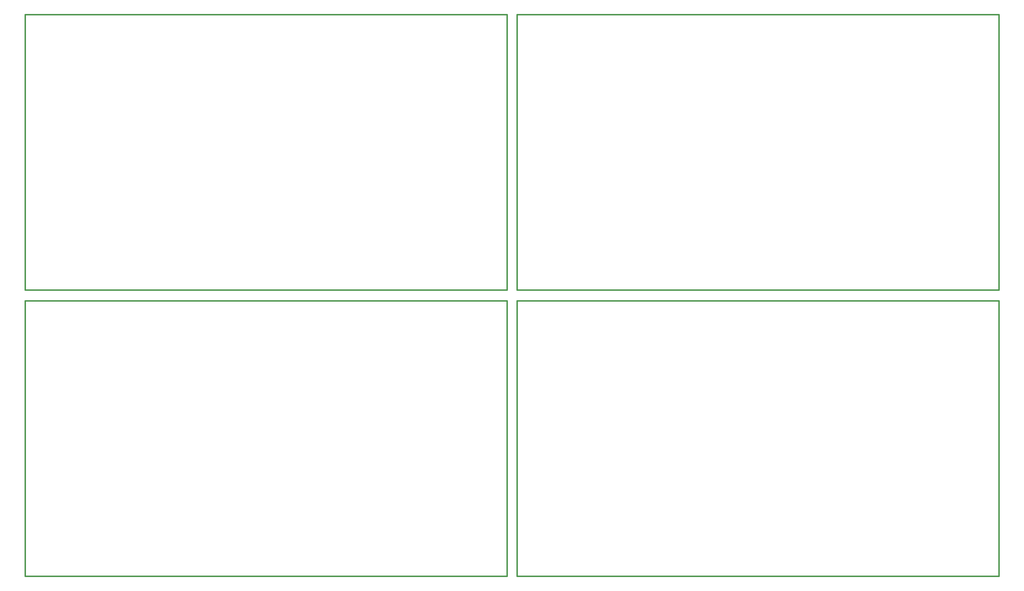
<source format=gbr>
G04 (created by PCBNEW (2013-mar-13)-testing) date Tue 17 Sep 2013 21:55:00 ART*
%MOIN*%
G04 Gerber Fmt 3.4, Leading zero omitted, Abs format*
%FSLAX34Y34*%
G01*
G70*
G90*
G04 APERTURE LIST*
%ADD10C,0.005906*%
%ADD11C,0.015000*%
G04 APERTURE END LIST*
G54D10*
G54D11*
X15100Y-79565D02*
X71400Y-79565D01*
X71400Y-79565D02*
X71400Y-47365D01*
X71400Y-47365D02*
X15100Y-47365D01*
X15100Y-47365D02*
X15100Y-79565D01*
X15100Y-13900D02*
X15100Y-46100D01*
X71400Y-13900D02*
X15100Y-13900D01*
X71400Y-46100D02*
X71400Y-13900D01*
X15100Y-46100D02*
X71400Y-46100D01*
X72580Y-46100D02*
X128880Y-46100D01*
X128880Y-46100D02*
X128880Y-13900D01*
X128880Y-13900D02*
X72580Y-13900D01*
X72580Y-13900D02*
X72580Y-46100D01*
X72580Y-47365D02*
X72580Y-79565D01*
X128880Y-47365D02*
X72580Y-47365D01*
X128880Y-79565D02*
X128880Y-47365D01*
X72580Y-79565D02*
X128880Y-79565D01*
M02*

</source>
